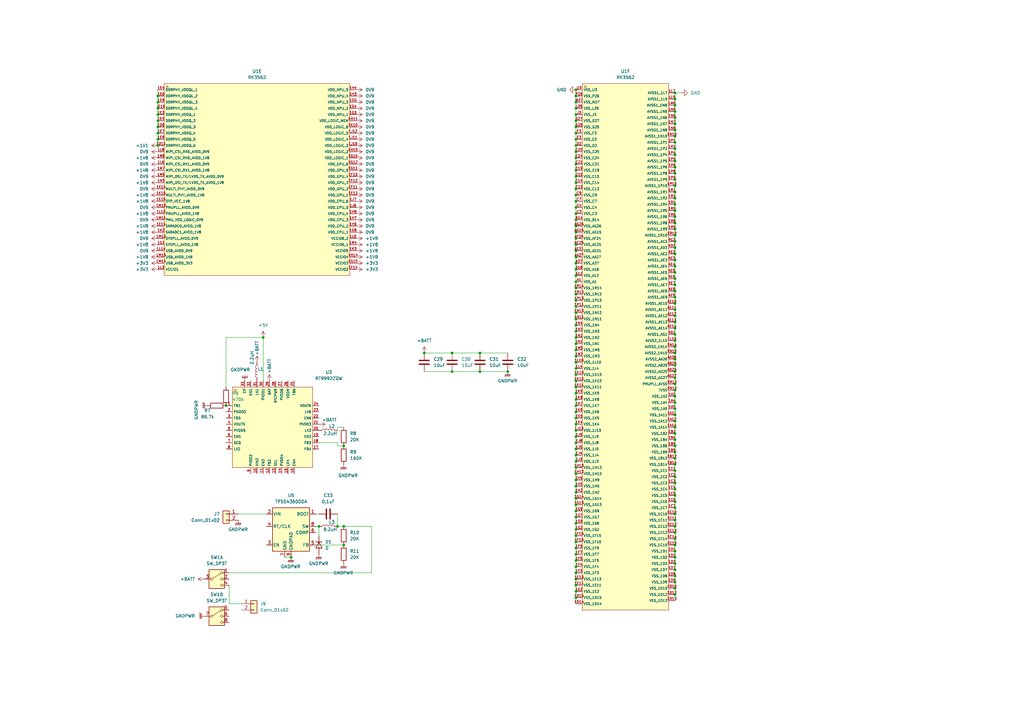
<source format=kicad_sch>
(kicad_sch (version 20250114) (generator "eeschema") (generator_version "9.0")
  (paper "A3")
  (junction (at 208.28 152.4))
  (junction (at 236.22 173.99))
  (junction (at 236.22 41.91))
  (junction (at 236.22 240.03))
  (junction (at 236.22 232.41))
  (junction (at 276.86 172.72))
  (junction (at 236.22 234.95))
  (junction (at 236.22 52.07))
  (junction (at 276.86 99.06))
  (junction (at 64.77 39.37))
  (junction (at 276.86 88.9))
  (junction (at 276.86 66.04))
  (junction (at 236.22 181.61))
  (junction (at 236.22 64.77))
  (junction (at 236.22 80.01))
  (junction (at 236.22 107.95))
  (junction (at 236.22 97.79))
  (junction (at 236.22 44.45))
  (junction (at 276.86 223.52))
  (junction (at 236.22 214.63))
  (junction (at 236.22 130.81))
  (junction (at 236.22 100.33))
  (junction (at 236.22 194.31))
  (junction (at 236.22 123.19))
  (junction (at 276.86 200.66))
  (junction (at 236.22 237.49))
  (junction (at 276.86 45.72))
  (junction (at 236.22 135.89))
  (junction (at 236.22 69.85))
  (junction (at 236.22 176.53))
  (junction (at 276.86 236.22))
  (junction (at 276.86 119.38))
  (junction (at 276.86 238.76))
  (junction (at 276.86 215.9))
  (junction (at 276.86 149.86))
  (junction (at 276.86 63.5))
  (junction (at 276.86 147.32))
  (junction (at 276.86 91.44))
  (junction (at 236.22 227.33))
  (junction (at 276.86 58.42))
  (junction (at 236.22 168.91))
  (junction (at 276.86 116.84))
  (junction (at 236.22 92.71))
  (junction (at 276.86 180.34))
  (junction (at 185.42 144.78))
  (junction (at 276.86 81.28))
  (junction (at 64.77 41.91))
  (junction (at 276.86 226.06))
  (junction (at 196.85 152.4))
  (junction (at 236.22 95.25))
  (junction (at 64.77 46.99))
  (junction (at 138.43 215.9))
  (junction (at 236.22 133.35))
  (junction (at 276.86 241.3))
  (junction (at 236.22 171.45))
  (junction (at 236.22 85.09))
  (junction (at 276.86 76.2))
  (junction (at 236.22 57.15))
  (junction (at 236.22 151.13))
  (junction (at 276.86 60.96))
  (junction (at 140.97 223.52))
  (junction (at 64.77 52.07))
  (junction (at 236.22 138.43))
  (junction (at 236.22 207.01))
  (junction (at 276.86 101.6))
  (junction (at 236.22 161.29))
  (junction (at 276.86 53.34))
  (junction (at 236.22 242.57))
  (junction (at 64.77 54.61))
  (junction (at 236.22 113.03))
  (junction (at 276.86 152.4))
  (junction (at 236.22 163.83))
  (junction (at 236.22 118.11))
  (junction (at 276.86 106.68))
  (junction (at 64.77 59.69))
  (junction (at 140.97 182.88))
  (junction (at 236.22 245.11))
  (junction (at 236.22 219.71))
  (junction (at 140.97 215.9))
  (junction (at 64.77 57.15))
  (junction (at 276.86 185.42))
  (junction (at 236.22 166.37))
  (junction (at 130.81 215.9))
  (junction (at 276.86 203.2))
  (junction (at 276.86 195.58))
  (junction (at 276.86 134.62))
  (junction (at 119.38 228.6))
  (junction (at 236.22 102.87))
  (junction (at 236.22 196.85))
  (junction (at 276.86 109.22))
  (junction (at 276.86 175.26))
  (junction (at 276.86 228.6))
  (junction (at 276.86 190.5))
  (junction (at 276.86 198.12))
  (junction (at 236.22 209.55))
  (junction (at 236.22 148.59))
  (junction (at 276.86 83.82))
  (junction (at 196.85 144.78))
  (junction (at 236.22 212.09))
  (junction (at 236.22 156.21))
  (junction (at 276.86 124.46))
  (junction (at 276.86 129.54))
  (junction (at 276.86 187.96))
  (junction (at 236.22 110.49))
  (junction (at 236.22 217.17))
  (junction (at 236.22 201.93))
  (junction (at 236.22 120.65))
  (junction (at 276.86 160.02))
  (junction (at 276.86 218.44))
  (junction (at 185.42 152.4))
  (junction (at 276.86 157.48))
  (junction (at 236.22 229.87))
  (junction (at 276.86 55.88))
  (junction (at 276.86 243.84))
  (junction (at 236.22 54.61))
  (junction (at 276.86 127))
  (junction (at 236.22 59.69))
  (junction (at 276.86 132.08))
  (junction (at 236.22 90.17))
  (junction (at 236.22 128.27))
  (junction (at 236.22 184.15))
  (junction (at 236.22 77.47))
  (junction (at 236.22 125.73))
  (junction (at 236.22 191.77))
  (junction (at 236.22 67.31))
  (junction (at 236.22 153.67))
  (junction (at 236.22 115.57))
  (junction (at 276.86 213.36))
  (junction (at 276.86 167.64))
  (junction (at 236.22 72.39))
  (junction (at 236.22 74.93))
  (junction (at 276.86 208.28))
  (junction (at 236.22 199.39))
  (junction (at 276.86 50.8))
  (junction (at 107.95 138.43))
  (junction (at 236.22 36.83))
  (junction (at 276.86 93.98))
  (junction (at 276.86 78.74))
  (junction (at 236.22 143.51))
  (junction (at 276.86 68.58))
  (junction (at 276.86 139.7))
  (junction (at 236.22 49.53))
  (junction (at 276.86 96.52))
  (junction (at 236.22 87.63))
  (junction (at 276.86 165.1))
  (junction (at 236.22 105.41))
  (junction (at 236.22 140.97))
  (junction (at 276.86 170.18))
  (junction (at 276.86 220.98))
  (junction (at 236.22 179.07))
  (junction (at 64.77 49.53))
  (junction (at 236.22 222.25))
  (junction (at 276.86 73.66))
  (junction (at 276.86 231.14))
  (junction (at 276.86 162.56))
  (junction (at 236.22 62.23))
  (junction (at 276.86 48.26))
  (junction (at 276.86 233.68))
  (junction (at 276.86 40.64))
  (junction (at 276.86 154.94))
  (junction (at 276.86 177.8))
  (junction (at 236.22 189.23))
  (junction (at 236.22 186.69))
  (junction (at 276.86 182.88))
  (junction (at 276.86 43.18))
  (junction (at 276.86 71.12))
  (junction (at 276.86 114.3))
  (junction (at 92.71 166.37))
  (junction (at 276.86 210.82))
  (junction (at 236.22 224.79))
  (junction (at 276.86 111.76))
  (junction (at 236.22 158.75))
  (junction (at 64.77 44.45))
  (junction (at 173.99 144.78))
  (junction (at 276.86 38.1))
  (junction (at 276.86 142.24))
  (junction (at 276.86 104.14))
  (junction (at 236.22 204.47))
  (junction (at 236.22 39.37))
  (junction (at 236.22 146.05))
  (junction (at 236.22 46.99))
  (junction (at 276.86 144.78))
  (junction (at 236.22 82.55))
  (junction (at 276.86 121.92))
  (junction (at 276.86 193.04))
  (junction (at 276.86 86.36))
  (junction (at 276.86 205.74))
  (junction (at 276.86 137.16))
  (wire (pts (xy 173.99 144.78) (xy 185.42 144.78)))
  (wire (pts (xy 236.22 240.03) (xy 236.22 242.57)))
  (wire (pts (xy 236.22 143.51) (xy 236.22 146.05)))
  (wire (pts (xy 276.86 157.48) (xy 276.86 160.02)))
  (wire (pts (xy 236.22 219.71) (xy 236.22 222.25)))
  (wire (pts (xy 64.77 54.61) (xy 64.77 57.15)))
  (wire (pts (xy 276.86 154.94) (xy 276.86 157.48)))
  (wire (pts (xy 92.71 138.43) (xy 92.71 158.75)))
  (wire (pts (xy 276.86 114.3) (xy 276.86 116.84)))
  (wire (pts (xy 276.86 76.2) (xy 276.86 78.74)))
  (wire (pts (xy 64.77 39.37) (xy 64.77 41.91)))
  (wire (pts (xy 236.22 176.53) (xy 236.22 179.07)))
  (wire (pts (xy 236.22 39.37) (xy 236.22 41.91)))
  (wire (pts (xy 276.86 60.96) (xy 276.86 63.5)))
  (wire (pts (xy 236.22 161.29) (xy 236.22 163.83)))
  (wire (pts (xy 138.43 210.82) (xy 138.43 215.9)))
  (wire (pts (xy 236.22 120.65) (xy 236.22 123.19)))
  (wire (pts (xy 276.86 233.68) (xy 276.86 236.22)))
  (wire (pts (xy 236.22 199.39) (xy 236.22 201.93)))
  (wire (pts (xy 276.86 238.76) (xy 276.86 241.3)))
  (wire (pts (xy 236.22 82.55) (xy 236.22 85.09)))
  (wire (pts (xy 276.86 193.04) (xy 276.86 195.58)))
  (wire (pts (xy 116.84 228.6) (xy 119.38 228.6)))
  (wire (pts (xy 236.22 57.15) (xy 236.22 59.69)))
  (wire (pts (xy 276.86 228.6) (xy 276.86 231.14)))
  (wire (pts (xy 276.86 218.44) (xy 276.86 220.98)))
  (wire (pts (xy 276.86 91.44) (xy 276.86 93.98)))
  (wire (pts (xy 276.86 63.5) (xy 276.86 66.04)))
  (wire (pts (xy 276.86 106.68) (xy 276.86 109.22)))
  (wire (pts (xy 276.86 177.8) (xy 276.86 180.34)))
  (wire (pts (xy 276.86 81.28) (xy 276.86 83.82)))
  (wire (pts (xy 236.22 125.73) (xy 236.22 128.27)))
  (wire (pts (xy 276.86 200.66) (xy 276.86 203.2)))
  (wire (pts (xy 276.86 86.36) (xy 276.86 88.9)))
  (wire (pts (xy 276.86 88.9) (xy 276.86 91.44)))
  (wire (pts (xy 276.86 99.06) (xy 276.86 101.6)))
  (wire (pts (xy 236.22 92.71) (xy 236.22 95.25)))
  (wire (pts (xy 236.22 123.19) (xy 236.22 125.73)))
  (wire (pts (xy 276.86 236.22) (xy 276.86 238.76)))
  (wire (pts (xy 276.86 139.7) (xy 276.86 142.24)))
  (wire (pts (xy 276.86 226.06) (xy 276.86 228.6)))
  (wire (pts (xy 276.86 124.46) (xy 276.86 127)))
  (wire (pts (xy 276.86 215.9) (xy 276.86 218.44)))
  (wire (pts (xy 236.22 118.11) (xy 236.22 120.65)))
  (wire (pts (xy 138.43 182.88) (xy 140.97 182.88)))
  (wire (pts (xy 97.79 210.82) (xy 109.22 210.82)))
  (wire (pts (xy 276.86 134.62) (xy 276.86 137.16)))
  (wire (pts (xy 236.22 186.69) (xy 236.22 189.23)))
  (wire (pts (xy 236.22 146.05) (xy 236.22 148.59)))
  (wire (pts (xy 236.22 46.99) (xy 236.22 49.53)))
  (wire (pts (xy 236.22 173.99) (xy 236.22 176.53)))
  (wire (pts (xy 138.43 175.26) (xy 138.43 176.53)))
  (wire (pts (xy 236.22 214.63) (xy 236.22 217.17)))
  (wire (pts (xy 236.22 148.59) (xy 236.22 151.13)))
  (wire (pts (xy 236.22 179.07) (xy 236.22 181.61)))
  (wire (pts (xy 130.81 215.9) (xy 129.54 215.9)))
  (wire (pts (xy 64.77 52.07) (xy 64.77 54.61)))
  (wire (pts (xy 276.86 129.54) (xy 276.86 132.08)))
  (wire (pts (xy 138.43 175.26) (xy 140.97 175.26)))
  (wire (pts (xy 236.22 133.35) (xy 236.22 135.89)))
  (wire (pts (xy 64.77 44.45) (xy 64.77 46.99)))
  (wire (pts (xy 276.86 68.58) (xy 276.86 71.12)))
  (wire (pts (xy 276.86 172.72) (xy 276.86 175.26)))
  (wire (pts (xy 236.22 196.85) (xy 236.22 199.39)))
  (wire (pts (xy 64.77 49.53) (xy 64.77 52.07)))
  (wire (pts (xy 276.86 190.5) (xy 276.86 193.04)))
  (wire (pts (xy 236.22 59.69) (xy 236.22 62.23)))
  (wire (pts (xy 236.22 102.87) (xy 236.22 105.41)))
  (wire (pts (xy 236.22 67.31) (xy 236.22 69.85)))
  (wire (pts (xy 236.22 234.95) (xy 236.22 237.49)))
  (wire (pts (xy 236.22 222.25) (xy 236.22 224.79)))
  (wire (pts (xy 276.86 147.32) (xy 276.86 149.86)))
  (wire (pts (xy 236.22 237.49) (xy 236.22 240.03)))
  (wire (pts (xy 236.22 212.09) (xy 236.22 214.63)))
  (wire (pts (xy 236.22 69.85) (xy 236.22 72.39)))
  (wire (pts (xy 276.86 165.1) (xy 276.86 167.64)))
  (wire (pts (xy 276.86 71.12) (xy 276.86 73.66)))
  (wire (pts (xy 236.22 163.83) (xy 236.22 166.37)))
  (wire (pts (xy 130.81 215.9) (xy 130.81 219.71)))
  (wire (pts (xy 276.86 185.42) (xy 276.86 187.96)))
  (wire (pts (xy 236.22 100.33) (xy 236.22 102.87)))
  (wire (pts (xy 276.86 213.36) (xy 276.86 215.9)))
  (wire (pts (xy 64.77 46.99) (xy 64.77 49.53)))
  (wire (pts (xy 236.22 209.55) (xy 236.22 212.09)))
  (wire (pts (xy 276.86 104.14) (xy 276.86 106.68)))
  (wire (pts (xy 236.22 52.07) (xy 236.22 54.61)))
  (wire (pts (xy 236.22 107.95) (xy 236.22 110.49)))
  (wire (pts (xy 236.22 135.89) (xy 236.22 138.43)))
  (wire (pts (xy 276.86 137.16) (xy 276.86 139.7)))
  (wire (pts (xy 64.77 57.15) (xy 64.77 59.69)))
  (wire (pts (xy 236.22 41.91) (xy 236.22 44.45)))
  (wire (pts (xy 236.22 168.91) (xy 236.22 171.45)))
  (wire (pts (xy 276.86 50.8) (xy 276.86 53.34)))
  (wire (pts (xy 276.86 109.22) (xy 276.86 111.76)))
  (wire (pts (xy 196.85 152.4) (xy 208.28 152.4)))
  (wire (pts (xy 236.22 62.23) (xy 236.22 64.77)))
  (wire (pts (xy 236.22 201.93) (xy 236.22 204.47)))
  (wire (pts (xy 276.86 40.64) (xy 276.86 43.18)))
  (wire (pts (xy 276.86 175.26) (xy 276.86 177.8)))
  (wire (pts (xy 236.22 232.41) (xy 236.22 234.95)))
  (wire (pts (xy 236.22 189.23) (xy 236.22 191.77)))
  (wire (pts (xy 185.42 144.78) (xy 196.85 144.78)))
  (wire (pts (xy 276.86 58.42) (xy 276.86 60.96)))
  (wire (pts (xy 152.4 234.95) (xy 152.4 215.9)))
  (wire (pts (xy 276.86 182.88) (xy 276.86 185.42)))
  (wire (pts (xy 185.42 152.4) (xy 196.85 152.4)))
  (wire (pts (xy 236.22 245.11) (xy 236.22 247.65)))
  (wire (pts (xy 276.86 203.2) (xy 276.86 205.74)))
  (wire (pts (xy 107.95 156.21) (xy 107.95 138.43)))
  (wire (pts (xy 236.22 194.31) (xy 236.22 196.85)))
  (wire (pts (xy 236.22 166.37) (xy 236.22 168.91)))
  (wire (pts (xy 64.77 41.91) (xy 64.77 44.45)))
  (wire (pts (xy 276.86 144.78) (xy 276.86 147.32)))
  (wire (pts (xy 236.22 80.01) (xy 236.22 82.55)))
  (wire (pts (xy 236.22 113.03) (xy 236.22 115.57)))
  (wire (pts (xy 276.86 43.18) (xy 276.86 45.72)))
  (wire (pts (xy 276.86 45.72) (xy 276.86 48.26)))
  (wire (pts (xy 276.86 132.08) (xy 276.86 134.62)))
  (wire (pts (xy 236.22 90.17) (xy 236.22 92.71)))
  (wire (pts (xy 64.77 36.83) (xy 64.77 39.37)))
  (wire (pts (xy 129.54 223.52) (xy 140.97 223.52)))
  (wire (pts (xy 173.99 152.4) (xy 185.42 152.4)))
  (wire (pts (xy 236.22 217.17) (xy 236.22 219.71)))
  (wire (pts (xy 236.22 181.61) (xy 236.22 184.15)))
  (wire (pts (xy 236.22 128.27) (xy 236.22 130.81)))
  (wire (pts (xy 276.86 195.58) (xy 276.86 198.12)))
  (wire (pts (xy 130.81 181.61) (xy 138.43 181.61)))
  (wire (pts (xy 276.86 66.04) (xy 276.86 68.58)))
  (wire (pts (xy 276.86 111.76) (xy 276.86 114.3)))
  (wire (pts (xy 236.22 171.45) (xy 236.22 173.99)))
  (wire (pts (xy 236.22 54.61) (xy 236.22 57.15)))
  (wire (pts (xy 140.97 215.9) (xy 152.4 215.9)))
  (wire (pts (xy 236.22 110.49) (xy 236.22 113.03)))
  (wire (pts (xy 276.86 38.1) (xy 279.4 38.1)))
  (wire (pts (xy 276.86 127) (xy 276.86 129.54)))
  (wire (pts (xy 236.22 72.39) (xy 236.22 74.93)))
  (wire (pts (xy 236.22 140.97) (xy 236.22 143.51)))
  (wire (pts (xy 196.85 144.78) (xy 208.28 144.78)))
  (wire (pts (xy 276.86 73.66) (xy 276.86 76.2)))
  (wire (pts (xy 236.22 138.43) (xy 236.22 140.97)))
  (wire (pts (xy 276.86 210.82) (xy 276.86 213.36)))
  (wire (pts (xy 236.22 156.21) (xy 236.22 158.75)))
  (wire (pts (xy 276.86 96.52) (xy 276.86 99.06)))
  (wire (pts (xy 236.22 49.53) (xy 236.22 52.07)))
  (wire (pts (xy 276.86 180.34) (xy 276.86 182.88)))
  (wire (pts (xy 138.43 181.61) (xy 138.43 182.88)))
  (wire (pts (xy 276.86 116.84) (xy 276.86 119.38)))
  (wire (pts (xy 93.98 234.95) (xy 152.4 234.95)))
  (wire (pts (xy 236.22 97.79) (xy 236.22 100.33)))
  (wire (pts (xy 276.86 162.56) (xy 276.86 165.1)))
  (wire (pts (xy 236.22 105.41) (xy 236.22 107.95)))
  (wire (pts (xy 276.86 241.3) (xy 276.86 243.84)))
  (wire (pts (xy 236.22 204.47) (xy 236.22 207.01)))
  (wire (pts (xy 236.22 36.83) (xy 236.22 39.37)))
  (wire (pts (xy 99.06 247.65) (xy 93.98 247.65)))
  (wire (pts (xy 236.22 74.93) (xy 236.22 77.47)))
  (wire (pts (xy 276.86 83.82) (xy 276.86 86.36)))
  (wire (pts (xy 276.86 149.86) (xy 276.86 152.4)))
  (wire (pts (xy 236.22 153.67) (xy 236.22 156.21)))
  (wire (pts (xy 276.86 142.24) (xy 276.86 144.78)))
  (wire (pts (xy 276.86 160.02) (xy 276.86 162.56)))
  (wire (pts (xy 130.81 210.82) (xy 129.54 210.82)))
  (wire (pts (xy 276.86 119.38) (xy 276.86 121.92)))
  (wire (pts (xy 93.98 247.65) (xy 93.98 240.03)))
  (wire (pts (xy 236.22 44.45) (xy 236.22 46.99)))
  (wire (pts (xy 276.86 53.34) (xy 276.86 55.88)))
  (wire (pts (xy 236.22 77.47) (xy 236.22 80.01)))
  (wire (pts (xy 236.22 191.77) (xy 236.22 194.31)))
  (wire (pts (xy 236.22 64.77) (xy 236.22 67.31)))
  (wire (pts (xy 236.22 158.75) (xy 236.22 161.29)))
  (wire (pts (xy 276.86 78.74) (xy 276.86 81.28)))
  (wire (pts (xy 276.86 187.96) (xy 276.86 190.5)))
  (wire (pts (xy 140.97 215.9) (xy 138.43 215.9)))
  (wire (pts (xy 236.22 115.57) (xy 236.22 118.11)))
  (wire (pts (xy 276.86 243.84) (xy 276.86 246.38)))
  (wire (pts (xy 276.86 205.74) (xy 276.86 208.28)))
  (wire (pts (xy 236.22 224.79) (xy 236.22 227.33)))
  (wire (pts (xy 276.86 93.98) (xy 276.86 96.52)))
  (wire (pts (xy 236.22 184.15) (xy 236.22 186.69)))
  (wire (pts (xy 276.86 170.18) (xy 276.86 172.72)))
  (wire (pts (xy 276.86 152.4) (xy 276.86 154.94)))
  (wire (pts (xy 236.22 151.13) (xy 236.22 153.67)))
  (wire (pts (xy 276.86 48.26) (xy 276.86 50.8)))
  (wire (pts (xy 236.22 229.87) (xy 236.22 232.41)))
  (wire (pts (xy 276.86 55.88) (xy 276.86 58.42)))
  (wire (pts (xy 107.95 138.43) (xy 92.71 138.43)))
  (wire (pts (xy 236.22 85.09) (xy 236.22 87.63)))
  (wire (pts (xy 276.86 231.14) (xy 276.86 233.68)))
  (wire (pts (xy 276.86 198.12) (xy 276.86 200.66)))
  (wire (pts (xy 276.86 121.92) (xy 276.86 124.46)))
  (wire (pts (xy 276.86 101.6) (xy 276.86 104.14)))
  (wire (pts (xy 276.86 208.28) (xy 276.86 210.82)))
  (wire (pts (xy 276.86 223.52) (xy 276.86 226.06)))
  (wire (pts (xy 276.86 167.64) (xy 276.86 170.18)))
  (wire (pts (xy 276.86 38.1) (xy 276.86 40.64)))
  (wire (pts (xy 276.86 220.98) (xy 276.86 223.52)))
  (wire (pts (xy 236.22 95.25) (xy 236.22 97.79)))
  (wire (pts (xy 236.22 242.57) (xy 236.22 245.11)))
  (wire (pts (xy 236.22 130.81) (xy 236.22 133.35)))
  (wire (pts (xy 236.22 87.63) (xy 236.22 90.17)))
  (wire (pts (xy 236.22 207.01) (xy 236.22 209.55)))
  (wire (pts (xy 236.22 227.33) (xy 236.22 229.87)))
  (symbol (lib_id "power:+BATT") (at 130.81 173.99 270) (unit 1)
    (property "Reference" "#PWR0198" (effects (hide yes)))
    (property "Value" "+BATT" (at 135.128 172.212 90))
    (property "Description" "Power symbol creates a global label with name \"+BATT\"" (effects (hide yes)))
  )
  (symbol (lib_id "power:+1V8") (at 146.05 105.41 270) (unit 1)
    (property "Reference" "#PWR011" (effects (hide yes)))
    (property "Value" "+1V8" (at 149.86 105.4099 90) (effects (justify left)))
    (property "Description" "Power symbol creates a global label with name \"+1V8\"" (effects (hide yes)))
  )
  (symbol (lib_id "power:+1V8") (at 64.77 64.77 90) (unit 1)
    (property "Reference" "#PWR026" (effects (hide yes)))
    (property "Value" "+1V8" (at 60.96 64.7699 90) (effects (justify left)))
    (property "Description" "Power symbol creates a global label with name \"+1V8\"" (effects (hide yes)))
  )
  (symbol (lib_id "power:+1V2") (at 146.05 82.55 270) (unit 1)
    (property "Reference" "#PWR0104" (effects (hide yes)))
    (property "Value" "0V9" (at 149.86 82.5499 90) (effects (justify left)))
    (property "Description" "Power symbol creates a global label with name \"+1V2\"" (effects (hide yes)))
  )
  (symbol (lib_id "power:GND") (at 279.4 38.1 90) (unit 1)
    (property "Reference" "#PWR033" (effects (hide yes)))
    (property "Value" "GND" (at 283.21 38.0999 90) (effects (justify right)))
    (property "Description" "Power symbol creates a global label with name \"GND\" , ground" (effects (hide yes)))
  )
  (symbol (lib_id "Device:R") (at 140.97 179.07 0) (unit 1)
    (property "Reference" "R8" (at 143.51 177.7999 0) (effects (justify left)))
    (property "Value" "20K" (at 143.51 180.3399 0) (effects (justify left)))
    (property "Footprint" "PCM_Resistor_SMD_AKL:R_0402_1005Metric" (effects (hide yes)))
    (property "Description" "Resistor" (effects (hide yes)))
  )
  (symbol (lib_id "power:+1V8") (at 64.77 80.01 90) (unit 1)
    (property "Reference" "#PWR023" (effects (hide yes)))
    (property "Value" "+1V8" (at 60.96 80.0099 90) (effects (justify left)))
    (property "Description" "Power symbol creates a global label with name \"+1V8\"" (effects (hide yes)))
  )
  (symbol (lib_id "power:+1V8") (at 64.77 87.63 90) (unit 1)
    (property "Reference" "#PWR021" (effects (hide yes)))
    (property "Value" "+1V8" (at 60.96 87.6299 90) (effects (justify left)))
    (property "Description" "Power symbol creates a global label with name \"+1V8\"" (effects (hide yes)))
  )
  (symbol (lib_id "power:+1V8") (at 64.77 82.55 90) (unit 1)
    (property "Reference" "#PWR022" (effects (hide yes)))
    (property "Value" "+1V8" (at 60.96 82.5499 90) (effects (justify left)))
    (property "Description" "Power symbol creates a global label with name \"+1V8\"" (effects (hide yes)))
  )
  (symbol (lib_id "LCSC:RK3562") (at 256.54 142.24 0) (unit 6)
    (property "Reference" "U1" (at 256.54 29.21 0))
    (property "Value" "RK3562" (at 256.54 31.75 0))
    (property "Footprint" "footprints:BGA-478_L13.9-W13.9_RK3562" (effects (hide yes)))
    (property "Datasheet" "https://jlc-prod-smt-component.oss-cn-shenzhen.aliyuncs.com/smt/component/data-book/BOOK/20240108/8432624941904191488-Rockchip_RK3562_Datasheet-V1.1-20230323.pdf?Expires=4826768670&OSSAccessKeyId=LTAI5tMSqpMTLBcDFwY5pZRG&Signature=nCmpziQs1le0h%2Bq%2B2bOpgQAhfak%3D" (effects (hide yes)))
    (property "LCSC" "C29779896" (effects (hide yes)))
  )
  (symbol (lib_id "power:+1V2") (at 146.05 54.61 270) (unit 1)
    (property "Reference" "#PWR0116" (effects (hide yes)))
    (property "Value" "0V9" (at 149.86 54.6099 90) (effects (justify left)))
    (property "Description" "Power symbol creates a global label with name \"+1V2\"" (effects (hide yes)))
  )
  (symbol (lib_id "power:+5V") (at 107.95 138.43 0) (unit 1)
    (property "Reference" "#PWR0195" (effects (hide yes)))
    (property "Value" "+5V" (at 107.95 133.35 0))
    (property "Description" "Power symbol creates a global label with name \"+5V\"" (effects (hide yes)))
  )
  (symbol (lib_id "power:+1V2") (at 146.05 49.53 270) (unit 1)
    (property "Reference" "#PWR06" (effects (hide yes)))
    (property "Value" "0V9" (at 149.86 49.5299 90) (effects (justify left)))
    (property "Description" "Power symbol creates a global label with name \"+1V2\"" (effects (hide yes)))
  )
  (symbol (lib_id "Device:L") (at 105.41 152.4 180) (unit 1)
    (property "Reference" "L1" (at 105.664 151.384 0) (effects (justify right)))
    (property "Value" "2.2uH" (at 103.378 149.606 90) (effects (justify right)))
    (property "Footprint" "footprints:IND-SMD_L5.8-W5.2_SLF05XX" (effects (hide yes)))
    (property "Description" "Inductor" (effects (hide yes)))
  )
  (symbol (lib_id "power:GND") (at 236.22 36.83 270) (unit 1)
    (property "Reference" "#PWR034" (effects (hide yes)))
    (property "Value" "GND" (at 232.41 36.8299 90) (effects (justify right)))
    (property "Description" "Power symbol creates a global label with name \"GND\" , ground" (effects (hide yes)))
  )
  (symbol (lib_id "power:+1V8") (at 64.77 74.93 90) (unit 1)
    (property "Reference" "#PWR024" (effects (hide yes)))
    (property "Value" "+1V8" (at 60.96 74.9299 90) (effects (justify left)))
    (property "Description" "Power symbol creates a global label with name \"+1V8\"" (effects (hide yes)))
  )
  (symbol (lib_id "power:+1V2") (at 64.77 67.31 90) (unit 1)
    (property "Reference" "#PWR031" (effects (hide yes)))
    (property "Value" "0V9" (at 60.96 67.3099 90) (effects (justify left)))
    (property "Description" "Power symbol creates a global label with name \"+1V2\"" (effects (hide yes)))
  )
  (symbol (lib_id "power:+1V2") (at 64.77 102.87 90) (unit 1)
    (property "Reference" "#PWR017" (effects (hide yes)))
    (property "Value" "0V9" (at 60.96 102.8699 90) (effects (justify left)))
    (property "Description" "Power symbol creates a global label with name \"+1V2\"" (effects (hide yes)))
  )
  (symbol (lib_id "power:+1V8") (at 146.05 97.79 270) (unit 1)
    (property "Reference" "#PWR08" (effects (hide yes)))
    (property "Value" "+1V8" (at 149.86 97.7899 90) (effects (justify left)))
    (property "Description" "Power symbol creates a global label with name \"+1V8\"" (effects (hide yes)))
  )
  (symbol (lib_id "Device:R") (at 92.71 162.56 0) (unit 1)
    (property "Reference" "R6" (at 95.25 161.2899 0) (effects (justify left)))
    (property "Value" "470k" (at 95.25 163.8299 0) (effects (justify left)))
    (property "Description" "Resistor" (effects (hide yes)))
  )
  (symbol (lib_id "Device:C") (at 173.99 148.59 0) (unit 1)
    (property "Reference" "C29" (at 177.8 147.3199 0) (effects (justify left)))
    (property "Value" "10uF" (at 177.8 149.8599 0) (effects (justify left)))
    (property "Description" "Unpolarized capacitor" (effects (hide yes)))
  )
  (symbol (lib_id "power:GNDPWR") (at 85.09 166.37 270) (unit 1)
    (property "Reference" "#PWR0194" (effects (hide yes)))
    (property "Value" "GNDPWR" (at 80.518 168.148 0))
    (property "Description" "Power symbol creates a global label with name \"GNDPWR\" , global ground" (effects (hide yes)))
  )
  (symbol (lib_id "power:+BATT") (at 83.82 237.49 90) (unit 1)
    (property "Reference" "#PWR035" (effects (hide yes)))
    (property "Value" "+BATT" (at 80.01 237.4899 90) (effects (justify left)))
    (property "Description" "Power symbol creates a global label with name \"+BATT\"" (effects (hide yes)))
  )
  (symbol (lib_id "Device:C") (at 134.62 210.82 90) (unit 1)
    (property "Reference" "C33" (at 134.62 203.2 90))
    (property "Value" "0.1uF" (at 134.62 205.74 90))
    (property "Footprint" "Capacitor_SMD:C_0402_1005Metric" (effects (hide yes)))
    (property "Description" "Unpolarized capacitor" (effects (hide yes)))
  )
  (symbol (lib_id "Regulator_Switching:TPS54360DDA") (at 119.38 215.9 0) (unit 1)
    (property "Reference" "U5" (at 119.38 203.2 0))
    (property "Value" "TPS54360DDA" (at 119.38 205.74 0))
    (property "Footprint" "Package_SO:TI_SO-PowerPAD-8_ThermalVias" (effects (hide yes)))
    (property "Datasheet" "http://www.ti.com/lit/ds/symlink/tps54360.pdf" (effects (hide yes)))
    (property "Description" "3.5A, Step Down DC-DC Converter with Eco-mode, 4.5-60V Input Voltage, PowerSO-8" (effects (hide yes)))
  )
  (symbol (lib_id "power:+1V1") (at 64.77 59.69 90) (unit 1)
    (property "Reference" "#PWR043" (effects (hide yes)))
    (property "Value" "+1V1" (at 60.96 59.6899 90) (effects (justify left)))
    (property "Description" "Power symbol creates a global label with name \"+1V1\"" (effects (hide yes)))
  )
  (symbol (lib_id "power:+3V3") (at 146.05 110.49 270) (unit 1)
    (property "Reference" "#PWR013" (effects (hide yes)))
    (property "Value" "+3V3" (at 149.86 110.4899 90) (effects (justify left)))
    (property "Description" "Power symbol creates a global label with name \"+3V3\"" (effects (hide yes)))
  )
  (symbol (lib_id "Device:R") (at 88.9 166.37 90) (unit 1)
    (property "Reference" "R7" (at 85.09 168.402 90))
    (property "Value" "88.7k" (at 85.09 170.942 90))
    (property "Description" "Resistor" (effects (hide yes)))
  )
  (symbol (lib_id "power:+1V2") (at 146.05 85.09 270) (unit 1)
    (property "Reference" "#PWR0101" (effects (hide yes)))
    (property "Value" "0V9" (at 149.86 85.0899 90) (effects (justify left)))
    (property "Description" "Power symbol creates a global label with name \"+1V2\"" (effects (hide yes)))
  )
  (symbol (lib_id "power:+1V2") (at 64.77 72.39 90) (unit 1)
    (property "Reference" "#PWR030" (effects (hide yes)))
    (property "Value" "0V9" (at 60.96 72.3899 90) (effects (justify left)))
    (property "Description" "Power symbol creates a global label with name \"+1V2\"" (effects (hide yes)))
  )
  (symbol (lib_id "Device:L") (at 134.62 215.9 90) (unit 1)
    (property "Reference" "L3" (at 134.874 214.122 90) (effects (justify right)))
    (property "Value" "8.2uH" (at 132.588 217.17 90) (effects (justify right)))
    (property "Footprint" "footprints:IND-SMD_L5.8-W5.2_SLF05XX" (effects (hide yes)))
    (property "Description" "Inductor" (effects (hide yes)))
  )
  (symbol (lib_id "power:+1V2") (at 146.05 57.15 270) (unit 1)
    (property "Reference" "#PWR0115" (effects (hide yes)))
    (property "Value" "0V9" (at 149.86 57.1499 90) (effects (justify left)))
    (property "Description" "Power symbol creates a global label with name \"+1V2\"" (effects (hide yes)))
  )
  (symbol (lib_id "power:GNDPWR") (at 97.79 213.36 0) (unit 1)
    (property "Reference" "#PWR0202" (effects (hide yes)))
    (property "Value" "GNDPWR" (at 97.663 217.17 0))
    (property "Description" "Power symbol creates a global label with name \"GNDPWR\" , global ground" (effects (hide yes)))
  )
  (symbol (lib_id "power:+BATT") (at 105.41 148.59 0) (unit 1)
    (property "Reference" "#PWR0193" (effects (hide yes)))
    (property "Value" "+BATT" (at 105.41 142.748 90))
    (property "Description" "Power symbol creates a global label with name \"+BATT\"" (effects (hide yes)))
  )
  (symbol (lib_id "power:GNDPWR") (at 119.38 228.6 0) (unit 1)
    (property "Reference" "#PWR0201" (effects (hide yes)))
    (property "Value" "GNDPWR" (at 119.253 232.41 0))
    (property "Description" "Power symbol creates a global label with name \"GNDPWR\" , global ground" (effects (hide yes)))
  )
  (symbol (lib_id "power:GNDPWR") (at 140.97 231.14 0) (unit 1)
    (property "Reference" "#PWR0203" (effects (hide yes)))
    (property "Value" "GNDPWR" (at 140.843 234.95 0))
    (property "Description" "Power symbol creates a global label with name \"GNDPWR\" , global ground" (effects (hide yes)))
  )
  (symbol (lib_id "power:+3V3") (at 146.05 107.95 270) (unit 1)
    (property "Reference" "#PWR012" (effects (hide yes)))
    (property "Value" "+3V3" (at 149.86 107.9499 90) (effects (justify left)))
    (property "Description" "Power symbol creates a global label with name \"+3V3\"" (effects (hide yes)))
  )
  (symbol (lib_id "power:+1V2") (at 146.05 67.31 270) (unit 1)
    (property "Reference" "#PWR0110" (effects (hide yes)))
    (property "Value" "0V9" (at 149.86 67.3099 90) (effects (justify left)))
    (property "Description" "Power symbol creates a global label with name \"+1V2\"" (effects (hide yes)))
  )
  (symbol (lib_id "power:GNDPWR") (at 208.28 152.4 0) (unit 1)
    (property "Reference" "#PWR0197" (effects (hide yes)))
    (property "Value" "GNDPWR" (at 208.153 156.21 0))
    (property "Description" "Power symbol creates a global label with name \"GNDPWR\" , global ground" (effects (hide yes)))
  )
  (symbol (lib_id "power:+1V2") (at 146.05 80.01 270) (unit 1)
    (property "Reference" "#PWR0102" (effects (hide yes)))
    (property "Value" "0V9" (at 149.86 80.0099 90) (effects (justify left)))
    (property "Description" "Power symbol creates a global label with name \"+1V2\"" (effects (hide yes)))
  )
  (symbol (lib_id "Switch:SW_DP3T") (at 88.9 237.49 0) (unit 1)
    (property "Reference" "SW1" (at 88.9 228.6 0))
    (property "Value" "SW_DP3T" (at 88.9 231.14 0))
    (property "Description" "Switch, three position, dual pole triple throw, 3 position switch, SP3T" (effects (hide yes)))
  )
  (symbol (lib_id "power:+1V8") (at 64.77 69.85 90) (unit 1)
    (property "Reference" "#PWR025" (effects (hide yes)))
    (property "Value" "+1V8" (at 60.96 69.8499 90) (effects (justify left)))
    (property "Description" "Power symbol creates a global label with name \"+1V8\"" (effects (hide yes)))
  )
  (symbol (lib_id "power:+1V2") (at 146.05 72.39 270) (unit 1)
    (property "Reference" "#PWR0113" (effects (hide yes)))
    (property "Value" "0V9" (at 149.86 72.3899 90) (effects (justify left)))
    (property "Description" "Power symbol creates a global label with name \"+1V2\"" (effects (hide yes)))
  )
  (symbol (lib_id "Device:R") (at 140.97 227.33 0) (unit 1)
    (property "Reference" "R11" (at 143.51 226.0599 0) (effects (justify left)))
    (property "Value" "20K" (at 143.51 228.5999 0) (effects (justify left)))
    (property "Footprint" "PCM_Resistor_SMD_AKL:R_0402_1005Metric" (effects (hide yes)))
    (property "Description" "Resistor" (effects (hide yes)))
  )
  (symbol (lib_id "power:+1V2") (at 146.05 92.71 270) (unit 1)
    (property "Reference" "#PWR0106" (effects (hide yes)))
    (property "Value" "0V9" (at 149.86 92.7099 90) (effects (justify left)))
    (property "Description" "Power symbol creates a global label with name \"+1V2\"" (effects (hide yes)))
  )
  (symbol (lib_id "power:+1V2") (at 146.05 69.85 270) (unit 1)
    (property "Reference" "#PWR0108" (effects (hide yes)))
    (property "Value" "0V9" (at 149.86 69.8499 90) (effects (justify left)))
    (property "Description" "Power symbol creates a global label with name \"+1V2\"" (effects (hide yes)))
  )
  (symbol (lib_id "LCSC:RK3562") (at 105.41 73.66 0) (unit 5)
    (property "Reference" "U1" (at 105.41 29.21 0))
    (property "Value" "RK3562" (at 105.41 31.75 0))
    (property "Footprint" "footprints:BGA-478_L13.9-W13.9_RK3562" (effects (hide yes)))
    (property "Datasheet" "https://jlc-prod-smt-component.oss-cn-shenzhen.aliyuncs.com/smt/component/data-book/BOOK/20240108/8432624941904191488-Rockchip_RK3562_Datasheet-V1.1-20230323.pdf?Expires=4826768670&OSSAccessKeyId=LTAI5tMSqpMTLBcDFwY5pZRG&Signature=nCmpziQs1le0h%2Bq%2B2bOpgQAhfak%3D" (effects (hide yes)))
    (property "LCSC" "C29779896" (effects (hide yes)))
  )
  (symbol (lib_id "power:+1V2") (at 64.77 77.47 90) (unit 1)
    (property "Reference" "#PWR029" (effects (hide yes)))
    (property "Value" "0V9" (at 60.96 77.4699 90) (effects (justify left)))
    (property "Description" "Power symbol creates a global label with name \"+1V2\"" (effects (hide yes)))
  )
  (symbol (lib_id "power:+1V2") (at 64.77 90.17 90) (unit 1)
    (property "Reference" "#PWR07" (effects (hide yes)))
    (property "Value" "0V9" (at 60.96 90.1699 90) (effects (justify left)))
    (property "Description" "Power symbol creates a global label with name \"+1V2\"" (effects (hide yes)))
  )
  (symbol (lib_id "power:+1V8") (at 146.05 102.87 270) (unit 1)
    (property "Reference" "#PWR010" (effects (hide yes)))
    (property "Value" "+1V8" (at 149.86 102.8699 90) (effects (justify left)))
    (property "Description" "Power symbol creates a global label with name \"+1V8\"" (effects (hide yes)))
  )
  (symbol (lib_id "power:+1V2") (at 146.05 87.63 270) (unit 1)
    (property "Reference" "#PWR0107" (effects (hide yes)))
    (property "Value" "0V9" (at 149.86 87.6299 90) (effects (justify left)))
    (property "Description" "Power symbol creates a global label with name \"+1V2\"" (effects (hide yes)))
  )
  (symbol (lib_id "power:+1V2") (at 146.05 95.25 270) (unit 1)
    (property "Reference" "#PWR0114" (effects (hide yes)))
    (property "Value" "0V9" (at 149.86 95.2499 90) (effects (justify left)))
    (property "Description" "Power symbol creates a global label with name \"+1V2\"" (effects (hide yes)))
  )
  (symbol (lib_id "Connector_Generic:Conn_01x02") (at 92.71 210.82 0) (mirror y) (unit 1)
    (property "Reference" "J7" (at 90.17 210.8199 0) (effects (justify left)))
    (property "Value" "Conn_01x02" (at 90.17 213.3599 0) (effects (justify left)))
    (property "Footprint" "Connector_AMASS:AMASS_XT30UPB-M_1x02_P5.0mm_Vertical" (effects (hide yes)))
    (property "Description" "Generic connector, single row, 01x02, script generated (kicad-library-utils/schlib/autogen/connector/)" (effects (hide yes)))
  )
  (symbol (lib_id "power:+1V8") (at 64.77 105.41 90) (unit 1)
    (property "Reference" "#PWR016" (effects (hide yes)))
    (property "Value" "+1V8" (at 60.96 105.4099 90) (effects (justify left)))
    (property "Description" "Power symbol creates a global label with name \"+1V8\"" (effects (hide yes)))
  )
  (symbol (lib_id "power:GNDPWR") (at 130.81 227.33 0) (unit 1)
    (property "Reference" "#PWR0200" (effects (hide yes)))
    (property "Value" "GNDPWR" (at 130.683 231.14 0))
    (property "Description" "Power symbol creates a global label with name \"GNDPWR\" , global ground" (effects (hide yes)))
  )
  (symbol (lib_id "power:+1V2") (at 146.05 39.37 270) (unit 1)
    (property "Reference" "#PWR02" (effects (hide yes)))
    (property "Value" "0V9" (at 149.86 39.3699 90) (effects (justify left)))
    (property "Description" "Power symbol creates a global label with name \"+1V2\"" (effects (hide yes)))
  )
  (symbol (lib_id "Switch:SW_DP3T") (at 88.9 252.73 0) (unit 2)
    (property "Reference" "SW1" (at 88.9 243.84 0))
    (property "Value" "SW_DP3T" (at 88.9 246.38 0))
    (property "Description" "Switch, three position, dual pole triple throw, 3 position switch, SP3T" (effects (hide yes)))
  )
  (symbol (lib_id "power:+1V2") (at 146.05 74.93 270) (unit 1)
    (property "Reference" "#PWR0111" (effects (hide yes)))
    (property "Value" "0V9" (at 149.86 74.9299 90) (effects (justify left)))
    (property "Description" "Power symbol creates a global label with name \"+1V2\"" (effects (hide yes)))
  )
  (symbol (lib_id "power:+1V8") (at 64.77 95.25 90) (unit 1)
    (property "Reference" "#PWR019" (effects (hide yes)))
    (property "Value" "+1V8" (at 60.96 95.2499 90) (effects (justify left)))
    (property "Description" "Power symbol creates a global label with name \"+1V8\"" (effects (hide yes)))
  )
  (symbol (lib_id "Connector_Generic:Conn_01x02") (at 104.14 247.65 0) (unit 1)
    (property "Reference" "J9" (at 106.68 247.6499 0) (effects (justify left)))
    (property "Value" "Conn_01x02" (at 106.68 250.1899 0) (effects (justify left)))
    (property "Footprint" "Connector_JST:JST_PH_S2B-PH-K_1x02_P2.00mm_Horizontal" (effects (hide yes)))
    (property "Description" "Generic connector, single row, 01x02, script generated (kicad-library-utils/schlib/autogen/connector/)" (effects (hide yes)))
  )
  (symbol (lib_id "power:+1V2") (at 146.05 36.83 270) (unit 1)
    (property "Reference" "#PWR01" (effects (hide yes)))
    (property "Value" "0V9" (at 149.86 36.8299 90) (effects (justify left)))
    (property "Description" "Power symbol creates a global label with name \"+1V2\"" (effects (hide yes)))
  )
  (symbol (lib_id "power:+1V2") (at 146.05 64.77 270) (unit 1)
    (property "Reference" "#PWR0112" (effects (hide yes)))
    (property "Value" "0V9" (at 149.86 64.7699 90) (effects (justify left)))
    (property "Description" "Power symbol creates a global label with name \"+1V2\"" (effects (hide yes)))
  )
  (symbol (lib_id "power:+1V8") (at 64.77 100.33 90) (unit 1)
    (property "Reference" "#PWR018" (effects (hide yes)))
    (property "Value" "+1V8" (at 60.96 100.3299 90) (effects (justify left)))
    (property "Description" "Power symbol creates a global label with name \"+1V8\"" (effects (hide yes)))
  )
  (symbol (lib_id "power:+1V2") (at 146.05 44.45 270) (unit 1)
    (property "Reference" "#PWR04" (effects (hide yes)))
    (property "Value" "0V9" (at 149.86 44.4499 90) (effects (justify left)))
    (property "Description" "Power symbol creates a global label with name \"+1V2\"" (effects (hide yes)))
  )
  (symbol (lib_id "power:+1V2") (at 146.05 90.17 270) (unit 1)
    (property "Reference" "#PWR0103" (effects (hide yes)))
    (property "Value" "0V9" (at 149.86 90.1699 90) (effects (justify left)))
    (property "Description" "Power symbol creates a global label with name \"+1V2\"" (effects (hide yes)))
  )
  (symbol (lib_id "power:+BATT") (at 173.99 144.78 0) (unit 1)
    (property "Reference" "#PWR041" (effects (hide yes)))
    (property "Value" "+BATT" (at 173.99 139.7 0))
    (property "Description" "Power symbol creates a global label with name \"+BATT\"" (effects (hide yes)))
  )
  (symbol (lib_id "LCSC:RT9992ZQW") (at 111.76 175.26 0) (unit 1)
    (property "Reference" "U3" (at 134.874 152.654 0))
    (property "Value" "RT9992ZQW" (at 134.874 155.194 0))
    (property "Footprint" "footprints:WQFN-32_L4.0-W4.0-P0.40-BL-EP" (effects (hide yes)))
    (property "Datasheet" "https://img.jlc.com/pdf/applyPasteComponent/2022-05-19/21301K/e4e553a1521740f9b68dadda13189fcd/CT5302_V12.PDF" (effects (hide yes)))
    (property "LCSC" "C130848" (effects (hide yes)))
  )
  (symbol (lib_id "Device:D") (at 130.81 223.52 270) (unit 1)
    (property "Reference" "D1" (at 133.35 222.2499 90) (effects (justify left)))
    (property "Value" "D" (at 133.35 224.7899 90) (effects (justify left)))
    (property "Description" "Diode" (effects (hide yes)))
    (property "Sim.Device" "D" (effects (hide yes)))
    (property "Sim.Pins" "1=K 2=A" (effects (hide yes)))
  )
  (symbol (lib_id "power:+1V2") (at 146.05 46.99 270) (unit 1)
    (property "Reference" "#PWR05" (effects (hide yes)))
    (property "Value" "0V9" (at 149.86 46.9899 90) (effects (justify left)))
    (property "Description" "Power symbol creates a global label with name \"+1V2\"" (effects (hide yes)))
  )
  (symbol (lib_id "Device:R") (at 140.97 219.71 0) (unit 1)
    (property "Reference" "R10" (at 143.51 218.4399 0) (effects (justify left)))
    (property "Value" "20K" (at 143.51 220.9799 0) (effects (justify left)))
    (property "Footprint" "PCM_Resistor_SMD_AKL:R_0402_1005Metric" (effects (hide yes)))
    (property "Description" "Resistor" (effects (hide yes)))
  )
  (symbol (lib_id "power:+1V2") (at 146.05 59.69 270) (unit 1)
    (property "Reference" "#PWR0117" (effects (hide yes)))
    (property "Value" "0V9" (at 149.86 59.6899 90) (effects (justify left)))
    (property "Description" "Power symbol creates a global label with name \"+1V2\"" (effects (hide yes)))
  )
  (symbol (lib_id "power:+3V3") (at 64.77 110.49 90) (unit 1)
    (property "Reference" "#PWR014" (effects (hide yes)))
    (property "Value" "+3V3" (at 60.96 110.4899 90) (effects (justify left)))
    (property "Description" "Power symbol creates a global label with name \"+3V3\"" (effects (hide yes)))
  )
  (symbol (lib_id "power:+1V2") (at 146.05 41.91 270) (unit 1)
    (property "Reference" "#PWR03" (effects (hide yes)))
    (property "Value" "0V9" (at 149.86 41.9099 90) (effects (justify left)))
    (property "Description" "Power symbol creates a global label with name \"+1V2\"" (effects (hide yes)))
  )
  (symbol (lib_id "power:+1V2") (at 146.05 77.47 270) (unit 1)
    (property "Reference" "#PWR0105" (effects (hide yes)))
    (property "Value" "0V9" (at 149.86 77.4699 90) (effects (justify left)))
    (property "Description" "Power symbol creates a global label with name \"+1V2\"" (effects (hide yes)))
  )
  (symbol (lib_id "power:+BATT") (at 110.49 156.21 0) (unit 1)
    (property "Reference" "#PWR0176" (effects (hide yes)))
    (property "Value" "+BATT" (at 110.49 150.114 90))
    (property "Description" "Power symbol creates a global label with name \"+BATT\"" (effects (hide yes)))
  )
  (symbol (lib_id "Device:C") (at 185.42 148.59 0) (unit 1)
    (property "Reference" "C30" (at 189.23 147.3199 0) (effects (justify left)))
    (property "Value" "10uF" (at 189.23 149.8599 0) (effects (justify left)))
    (property "Description" "Unpolarized capacitor" (effects (hide yes)))
  )
  (symbol (lib_id "power:+1V2") (at 64.77 97.79 90) (unit 1)
    (property "Reference" "#PWR027" (effects (hide yes)))
    (property "Value" "0V9" (at 60.96 97.7899 90) (effects (justify left)))
    (property "Description" "Power symbol creates a global label with name \"+1V2\"" (effects (hide yes)))
  )
  (symbol (lib_id "power:+1V2") (at 64.77 85.09 90) (unit 1)
    (property "Reference" "#PWR028" (effects (hide yes)))
    (property "Value" "0V9" (at 60.96 85.0899 90) (effects (justify left)))
    (property "Description" "Power symbol creates a global label with name \"+1V2\"" (effects (hide yes)))
  )
  (symbol (lib_id "power:+3V3") (at 64.77 107.95 90) (unit 1)
    (property "Reference" "#PWR015" (effects (hide yes)))
    (property "Value" "+3V3" (at 60.96 107.9499 90) (effects (justify left)))
    (property "Description" "Power symbol creates a global label with name \"+3V3\"" (effects (hide yes)))
  )
  (symbol (lib_id "Device:L") (at 134.62 176.53 90) (unit 1)
    (property "Reference" "L2" (at 134.874 174.752 90) (effects (justify right)))
    (property "Value" "2.2uH" (at 132.588 177.8 90) (effects (justify right)))
    (property "Footprint" "footprints:IND-SMD_L5.8-W5.2_SLF05XX" (effects (hide yes)))
    (property "Description" "Inductor" (effects (hide yes)))
  )
  (symbol (lib_id "power:GNDPWR") (at 140.97 190.5 0) (unit 1)
    (property "Reference" "#PWR0199" (effects (hide yes)))
    (property "Value" "GNDPWR" (at 142.748 195.072 0))
    (property "Description" "Power symbol creates a global label with name \"GNDPWR\" , global ground" (effects (hide yes)))
  )
  (symbol (lib_id "power:+1V8") (at 64.77 92.71 90) (unit 1)
    (property "Reference" "#PWR020" (effects (hide yes)))
    (property "Value" "+1V8" (at 60.96 92.7099 90) (effects (justify left)))
    (property "Description" "Power symbol creates a global label with name \"+1V8\"" (effects (hide yes)))
  )
  (symbol (lib_id "power:+1V2") (at 146.05 62.23 270) (unit 1)
    (property "Reference" "#PWR0109" (effects (hide yes)))
    (property "Value" "0V9" (at 149.86 62.2299 90) (effects (justify left)))
    (property "Description" "Power symbol creates a global label with name \"+1V2\"" (effects (hide yes)))
  )
  (symbol (lib_id "power:+1V2") (at 64.77 62.23 90) (unit 1)
    (property "Reference" "#PWR032" (effects (hide yes)))
    (property "Value" "0V9" (at 60.96 62.2299 90) (effects (justify left)))
    (property "Description" "Power symbol creates a global label with name \"+1V2\"" (effects (hide yes)))
  )
  (symbol (lib_id "power:+1V8") (at 146.05 100.33 270) (unit 1)
    (property "Reference" "#PWR09" (effects (hide yes)))
    (property "Value" "+1V8" (at 149.86 100.3299 90) (effects (justify left)))
    (property "Description" "Power symbol creates a global label with name \"+1V8\"" (effects (hide yes)))
  )
  (symbol (lib_id "Device:C") (at 196.85 148.59 0) (unit 1)
    (property "Reference" "C31" (at 200.66 147.3199 0) (effects (justify left)))
    (property "Value" "10uF" (at 200.66 149.8599 0) (effects (justify left)))
    (property "Description" "Unpolarized capacitor" (effects (hide yes)))
  )
  (symbol (lib_id "power:GNDPWR") (at 83.82 252.73 270) (unit 1)
    (property "Reference" "#PWR0196" (effects (hide yes)))
    (property "Value" "GNDPWR" (at 80.01 252.6029 90) (effects (justify right)))
    (property "Description" "Power symbol creates a global label with name \"GNDPWR\" , global ground" (effects (hide yes)))
  )
  (symbol (lib_id "power:GNDPWR") (at 100.33 156.21 180) (unit 1)
    (property "Reference" "#PWR042" (effects (hide yes)))
    (property "Value" "GNDPWR" (at 98.552 151.638 0))
    (property "Description" "Power symbol creates a global label with name \"GNDPWR\" , global ground" (effects (hide yes)))
  )
  (symbol (lib_id "Device:C") (at 208.28 148.59 0) (unit 1)
    (property "Reference" "C32" (at 212.09 147.3199 0) (effects (justify left)))
    (property "Value" "10uF" (at 212.09 149.8599 0) (effects (justify left)))
    (property "Description" "Unpolarized capacitor" (effects (hide yes)))
  )
  (symbol (lib_id "Device:R") (at 140.97 186.69 0) (unit 1)
    (property "Reference" "R9" (at 143.51 185.4199 0) (effects (justify left)))
    (property "Value" "160K" (at 143.51 187.9599 0) (effects (justify left)))
    (property "Footprint" "PCM_Resistor_SMD_AKL:R_0402_1005Metric" (effects (hide yes)))
    (property "Description" "Resistor" (effects (hide yes)))
  )
  (symbol (lib_id "power:+1V2") (at 146.05 52.07 270) (unit 1)
    (property "Reference" "#PWR0118" (effects (hide yes)))
    (property "Value" "0V9" (at 149.86 52.0699 90) (effects (justify left)))
    (property "Description" "Power symbol creates a global label with name \"+1V2\"" (effects (hide yes)))
  )
)
</source>
